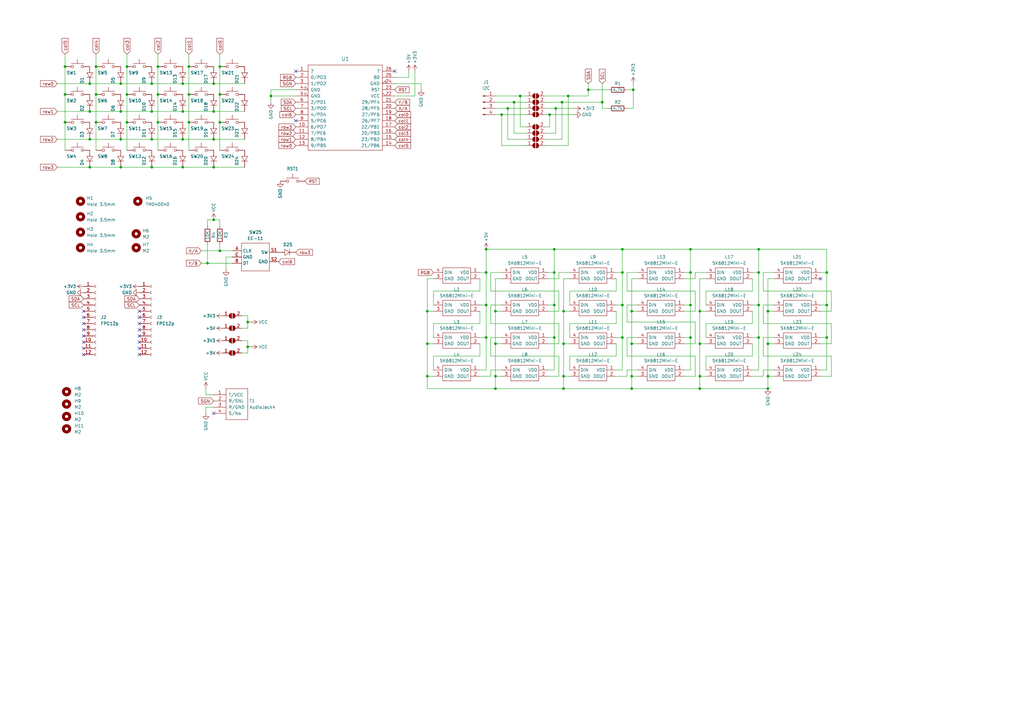
<source format=kicad_sch>
(kicad_sch (version 20230121) (generator eeschema)
  (paper "A3")
  (junction (at 339.09 125.095))
  (junction (at 52.07 50.165))
  (junction (at 64.77 27.305))
  (junction (at 231.14 154.305))
  (junction (at 311.15 125.095))
  (junction (at 314.96 159.385))
  (junction (at 62.23 57.15))
  (junction (at 203.2 154.305))
  (junction (at 26.67 50.165))
  (junction (at 52.07 38.735))
  (junction (at 87.63 68.58))
  (junction (at 87.63 90.17))
  (junction (at 205.74 46.99))
  (junction (at 36.83 68.58))
  (junction (at 259.08 159.385))
  (junction (at 90.17 50.165))
  (junction (at 74.93 68.58))
  (junction (at 111.125 39.37))
  (junction (at 259.08 127.635))
  (junction (at 49.53 57.15))
  (junction (at 101.6 142.24))
  (junction (at 203.2 140.97))
  (junction (at 259.715 36.83))
  (junction (at 231.14 159.385))
  (junction (at 255.27 111.76))
  (junction (at 247.015 41.91))
  (junction (at 77.47 27.305))
  (junction (at 255.27 102.235))
  (junction (at 227.965 44.45))
  (junction (at 213.36 39.37))
  (junction (at 199.39 102.235))
  (junction (at 227.33 111.76))
  (junction (at 74.93 57.15))
  (junction (at 227.33 102.235))
  (junction (at 231.14 140.97))
  (junction (at 77.47 50.165))
  (junction (at 210.82 41.91))
  (junction (at 199.39 138.43))
  (junction (at 87.63 45.72))
  (junction (at 231.14 127.635))
  (junction (at 74.93 34.29))
  (junction (at 39.37 27.305))
  (junction (at 283.21 111.76))
  (junction (at 287.02 140.97))
  (junction (at 52.07 27.305))
  (junction (at 314.96 127.635))
  (junction (at 26.67 38.735))
  (junction (at 39.37 50.165))
  (junction (at 62.23 45.72))
  (junction (at 199.39 111.76))
  (junction (at 64.77 38.735))
  (junction (at 39.37 38.735))
  (junction (at 314.96 154.305))
  (junction (at 287.02 127.635))
  (junction (at 287.02 159.385))
  (junction (at 311.15 111.76))
  (junction (at 74.93 45.72))
  (junction (at 259.08 154.305))
  (junction (at 175.26 154.305))
  (junction (at 259.08 140.97))
  (junction (at 233.045 39.37))
  (junction (at 255.27 138.43))
  (junction (at 199.39 125.095))
  (junction (at 203.2 127.635))
  (junction (at 283.21 102.235))
  (junction (at 208.28 44.45))
  (junction (at 227.33 138.43))
  (junction (at 283.21 138.43))
  (junction (at 311.15 138.43))
  (junction (at 339.09 138.43))
  (junction (at 36.83 34.29))
  (junction (at 175.26 127.635))
  (junction (at 90.17 27.305))
  (junction (at 230.505 41.91))
  (junction (at 255.27 125.095))
  (junction (at 314.96 140.97))
  (junction (at 26.67 27.305))
  (junction (at 311.15 102.235))
  (junction (at 90.17 102.87))
  (junction (at 227.33 125.095))
  (junction (at 225.425 46.99))
  (junction (at 87.63 57.15))
  (junction (at 283.21 125.095))
  (junction (at 339.09 111.76))
  (junction (at 62.23 68.58))
  (junction (at 287.02 154.305))
  (junction (at 36.83 45.72))
  (junction (at 62.23 34.29))
  (junction (at 203.2 159.385))
  (junction (at 49.53 34.29))
  (junction (at 87.63 34.29))
  (junction (at 36.83 57.15))
  (junction (at 241.3 36.83))
  (junction (at 175.26 140.97))
  (junction (at 49.53 45.72))
  (junction (at 64.77 50.165))
  (junction (at 49.53 68.58))
  (junction (at 101.6 132.08))
  (junction (at 90.17 38.735))
  (junction (at 85.09 107.95))
  (junction (at 77.47 38.735))
  (no_connect (at 121.285 29.21))
  (no_connect (at 34.29 142.875))
  (no_connect (at 87.63 169.545))
  (no_connect (at 121.285 49.53))
  (no_connect (at 57.15 137.795))
  (no_connect (at 57.15 132.715))
  (no_connect (at 57.15 127.635))
  (no_connect (at 34.29 145.415))
  (no_connect (at 336.55 114.3))
  (no_connect (at 57.15 135.255))
  (no_connect (at 34.29 140.335))
  (no_connect (at 57.15 130.175))
  (no_connect (at 57.15 140.335))
  (no_connect (at 34.29 132.715))
  (no_connect (at 34.29 130.175))
  (no_connect (at 34.29 127.635))
  (no_connect (at 57.15 142.875))
  (no_connect (at 57.15 145.415))
  (no_connect (at 161.925 29.21))
  (no_connect (at 34.29 135.255))
  (no_connect (at 34.29 137.795))
  (wire (pts (xy 196.85 151.765) (xy 199.39 151.765)))
  (wire (pts (xy 311.15 111.76) (xy 311.15 125.095)))
  (wire (pts (xy 224.79 140.97) (xy 229.235 140.97)))
  (wire (pts (xy 101.6 134.62) (xy 101.6 132.08)))
  (wire (pts (xy 87.63 161.925) (xy 84.455 161.925)))
  (wire (pts (xy 257.175 125.095) (xy 261.62 125.095)))
  (wire (pts (xy 26.67 50.165) (xy 26.67 61.595)))
  (wire (pts (xy 230.505 41.91) (xy 247.015 41.91)))
  (wire (pts (xy 201.295 154.305) (xy 201.295 151.765)))
  (wire (pts (xy 259.08 127.635) (xy 259.08 140.97)))
  (wire (pts (xy 249.555 44.45) (xy 247.015 44.45)))
  (wire (pts (xy 287.02 159.385) (xy 259.08 159.385)))
  (wire (pts (xy 213.36 52.07) (xy 213.36 39.37)))
  (wire (pts (xy 247.015 41.91) (xy 247.015 44.45)))
  (wire (pts (xy 231.14 159.385) (xy 259.08 159.385)))
  (wire (pts (xy 289.56 146.05) (xy 289.56 151.765)))
  (wire (pts (xy 49.53 45.72) (xy 62.23 45.72)))
  (wire (pts (xy 64.77 22.225) (xy 64.77 27.305)))
  (wire (pts (xy 339.09 102.235) (xy 311.15 102.235)))
  (wire (pts (xy 231.14 140.97) (xy 233.68 140.97)))
  (wire (pts (xy 84.455 167.005) (xy 87.63 167.005)))
  (wire (pts (xy 255.27 125.095) (xy 255.27 111.76)))
  (wire (pts (xy 36.83 57.15) (xy 49.53 57.15)))
  (wire (pts (xy 23.495 68.58) (xy 36.83 68.58)))
  (wire (pts (xy 285.115 132.08) (xy 257.175 132.08)))
  (wire (pts (xy 205.74 46.99) (xy 215.9 46.99)))
  (wire (pts (xy 285.115 140.97) (xy 285.115 132.08)))
  (wire (pts (xy 247.015 34.29) (xy 247.015 41.91)))
  (wire (pts (xy 77.47 27.305) (xy 77.47 38.735)))
  (wire (pts (xy 224.79 127.635) (xy 229.235 127.635)))
  (wire (pts (xy 223.52 52.07) (xy 225.425 52.07)))
  (wire (pts (xy 308.61 125.095) (xy 311.15 125.095)))
  (wire (pts (xy 49.53 68.58) (xy 62.23 68.58)))
  (wire (pts (xy 229.235 132.715) (xy 201.295 132.715)))
  (wire (pts (xy 52.07 38.735) (xy 52.07 50.165)))
  (wire (pts (xy 257.175 151.765) (xy 261.62 151.765)))
  (wire (pts (xy 177.8 114.3) (xy 175.26 114.3)))
  (wire (pts (xy 259.08 114.3) (xy 259.08 127.635)))
  (wire (pts (xy 101.6 132.08) (xy 102.87 132.08)))
  (wire (pts (xy 227.33 138.43) (xy 227.33 125.095)))
  (wire (pts (xy 223.52 59.69) (xy 233.045 59.69)))
  (wire (pts (xy 287.02 127.635) (xy 287.02 140.97)))
  (wire (pts (xy 39.37 38.735) (xy 39.37 50.165)))
  (wire (pts (xy 201.295 132.715) (xy 201.295 125.095)))
  (wire (pts (xy 287.02 154.305) (xy 287.02 159.385)))
  (wire (pts (xy 255.27 102.235) (xy 227.33 102.235)))
  (wire (pts (xy 336.55 125.095) (xy 339.09 125.095)))
  (wire (pts (xy 87.63 45.72) (xy 100.33 45.72)))
  (wire (pts (xy 196.85 154.305) (xy 201.295 154.305)))
  (wire (pts (xy 36.83 68.58) (xy 49.53 68.58)))
  (wire (pts (xy 64.77 27.305) (xy 64.77 38.735)))
  (wire (pts (xy 252.73 154.305) (xy 257.175 154.305)))
  (wire (pts (xy 285.115 154.305) (xy 285.115 146.05)))
  (wire (pts (xy 87.63 68.58) (xy 100.33 68.58)))
  (wire (pts (xy 203.2 154.305) (xy 205.74 154.305)))
  (wire (pts (xy 313.055 111.76) (xy 317.5 111.76)))
  (wire (pts (xy 252.73 119.38) (xy 233.68 119.38)))
  (wire (pts (xy 289.56 114.3) (xy 287.02 114.3)))
  (wire (pts (xy 289.56 119.38) (xy 289.56 125.095)))
  (wire (pts (xy 175.26 140.97) (xy 177.8 140.97)))
  (wire (pts (xy 99.06 139.7) (xy 101.6 139.7)))
  (wire (pts (xy 229.235 154.305) (xy 229.235 146.05)))
  (wire (pts (xy 208.28 44.45) (xy 215.9 44.45)))
  (wire (pts (xy 283.21 125.095) (xy 283.21 111.76)))
  (wire (pts (xy 101.6 144.78) (xy 101.6 142.24)))
  (wire (pts (xy 52.07 50.165) (xy 52.07 61.595)))
  (wire (pts (xy 87.63 57.15) (xy 100.33 57.15)))
  (wire (pts (xy 201.295 151.765) (xy 205.74 151.765)))
  (wire (pts (xy 280.67 125.095) (xy 283.21 125.095)))
  (wire (pts (xy 203.2 140.97) (xy 205.74 140.97)))
  (wire (pts (xy 90.17 90.17) (xy 90.17 92.71)))
  (wire (pts (xy 257.175 44.45) (xy 259.715 44.45)))
  (wire (pts (xy 229.235 114.3) (xy 229.235 111.76)))
  (wire (pts (xy 308.61 138.43) (xy 311.15 138.43)))
  (wire (pts (xy 196.85 140.97) (xy 196.85 146.05)))
  (wire (pts (xy 287.02 154.305) (xy 289.56 154.305)))
  (wire (pts (xy 280.67 138.43) (xy 283.21 138.43)))
  (wire (pts (xy 229.235 119.38) (xy 201.295 119.38)))
  (wire (pts (xy 336.55 111.76) (xy 339.09 111.76)))
  (wire (pts (xy 36.83 45.72) (xy 49.53 45.72)))
  (wire (pts (xy 255.27 151.765) (xy 255.27 138.43)))
  (wire (pts (xy 313.055 132.715) (xy 313.055 125.095)))
  (wire (pts (xy 252.73 138.43) (xy 255.27 138.43)))
  (wire (pts (xy 199.39 102.235) (xy 199.39 111.76)))
  (wire (pts (xy 227.965 54.61) (xy 227.965 44.45)))
  (wire (pts (xy 64.77 38.735) (xy 64.77 50.165)))
  (wire (pts (xy 229.235 146.05) (xy 201.295 146.05)))
  (wire (pts (xy 252.73 125.095) (xy 255.27 125.095)))
  (wire (pts (xy 74.93 45.72) (xy 87.63 45.72)))
  (wire (pts (xy 314.96 140.97) (xy 314.96 154.305)))
  (wire (pts (xy 311.15 111.76) (xy 311.15 102.235)))
  (wire (pts (xy 313.055 146.05) (xy 313.055 138.43)))
  (wire (pts (xy 121.285 36.83) (xy 111.125 36.83)))
  (wire (pts (xy 285.115 127.635) (xy 285.115 119.38)))
  (wire (pts (xy 62.23 57.15) (xy 74.93 57.15)))
  (wire (pts (xy 313.055 138.43) (xy 317.5 138.43)))
  (wire (pts (xy 231.14 114.3) (xy 231.14 127.635)))
  (wire (pts (xy 39.37 50.165) (xy 39.37 61.595)))
  (wire (pts (xy 82.55 107.95) (xy 85.09 107.95)))
  (wire (pts (xy 225.425 52.07) (xy 225.425 46.99)))
  (wire (pts (xy 308.61 132.715) (xy 289.56 132.715)))
  (wire (pts (xy 314.96 140.97) (xy 317.5 140.97)))
  (wire (pts (xy 26.67 22.225) (xy 26.67 27.305)))
  (wire (pts (xy 215.9 57.15) (xy 208.28 57.15)))
  (wire (pts (xy 336.55 127.635) (xy 340.995 127.635)))
  (wire (pts (xy 287.02 140.97) (xy 287.02 154.305)))
  (wire (pts (xy 311.15 102.235) (xy 283.21 102.235)))
  (wire (pts (xy 280.67 127.635) (xy 285.115 127.635)))
  (wire (pts (xy 39.37 22.225) (xy 39.37 27.305)))
  (wire (pts (xy 313.055 125.095) (xy 317.5 125.095)))
  (wire (pts (xy 215.9 54.61) (xy 210.82 54.61)))
  (wire (pts (xy 280.67 114.3) (xy 285.115 114.3)))
  (wire (pts (xy 283.21 111.76) (xy 283.21 102.235)))
  (wire (pts (xy 223.52 44.45) (xy 227.965 44.45)))
  (wire (pts (xy 308.61 119.38) (xy 289.56 119.38)))
  (wire (pts (xy 196.85 138.43) (xy 199.39 138.43)))
  (wire (pts (xy 177.8 132.715) (xy 177.8 138.43)))
  (wire (pts (xy 223.52 57.15) (xy 230.505 57.15)))
  (wire (pts (xy 283.21 138.43) (xy 283.21 125.095)))
  (wire (pts (xy 231.14 154.305) (xy 231.14 159.385)))
  (wire (pts (xy 201.295 119.38) (xy 201.295 111.76)))
  (wire (pts (xy 283.21 151.765) (xy 283.21 138.43)))
  (wire (pts (xy 99.06 134.62) (xy 101.6 134.62)))
  (wire (pts (xy 227.33 151.765) (xy 227.33 138.43)))
  (wire (pts (xy 223.52 39.37) (xy 233.045 39.37)))
  (wire (pts (xy 203.2 39.37) (xy 213.36 39.37)))
  (wire (pts (xy 175.26 140.97) (xy 175.26 154.305)))
  (wire (pts (xy 229.235 127.635) (xy 229.235 119.38)))
  (wire (pts (xy 233.045 59.69) (xy 233.045 39.37)))
  (wire (pts (xy 62.23 45.72) (xy 74.93 45.72)))
  (wire (pts (xy 49.53 57.15) (xy 62.23 57.15)))
  (wire (pts (xy 90.17 102.87) (xy 95.25 102.87)))
  (wire (pts (xy 230.505 57.15) (xy 230.505 41.91)))
  (wire (pts (xy 167.64 31.75) (xy 161.925 31.75)))
  (wire (pts (xy 257.175 111.76) (xy 261.62 111.76)))
  (wire (pts (xy 210.82 41.91) (xy 215.9 41.91)))
  (wire (pts (xy 84.455 161.925) (xy 84.455 159.385)))
  (wire (pts (xy 229.235 140.97) (xy 229.235 132.715)))
  (wire (pts (xy 203.2 46.99) (xy 205.74 46.99)))
  (wire (pts (xy 255.27 102.235) (xy 283.21 102.235)))
  (wire (pts (xy 196.85 127.635) (xy 196.85 132.715)))
  (wire (pts (xy 308.61 154.305) (xy 313.055 154.305)))
  (wire (pts (xy 90.17 100.33) (xy 90.17 102.87)))
  (wire (pts (xy 336.55 151.765) (xy 339.09 151.765)))
  (wire (pts (xy 259.715 36.83) (xy 257.175 36.83)))
  (wire (pts (xy 62.23 68.58) (xy 74.93 68.58)))
  (wire (pts (xy 208.28 57.15) (xy 208.28 44.45)))
  (wire (pts (xy 224.79 138.43) (xy 227.33 138.43)))
  (wire (pts (xy 101.6 129.54) (xy 101.6 132.08)))
  (wire (pts (xy 311.15 138.43) (xy 311.15 151.765)))
  (wire (pts (xy 241.3 39.37) (xy 241.3 36.83)))
  (wire (pts (xy 336.55 154.305) (xy 340.995 154.305)))
  (wire (pts (xy 210.82 54.61) (xy 210.82 41.91)))
  (wire (pts (xy 205.74 59.69) (xy 205.74 46.99)))
  (wire (pts (xy 252.73 127.635) (xy 252.73 132.715)))
  (wire (pts (xy 314.96 114.3) (xy 314.96 127.635)))
  (wire (pts (xy 336.55 140.97) (xy 340.995 140.97)))
  (wire (pts (xy 314.96 154.305) (xy 314.96 159.385)))
  (wire (pts (xy 90.17 27.305) (xy 90.17 38.735)))
  (wire (pts (xy 308.61 151.765) (xy 311.15 151.765)))
  (wire (pts (xy 231.14 140.97) (xy 231.14 154.305)))
  (wire (pts (xy 223.52 54.61) (xy 227.965 54.61)))
  (wire (pts (xy 280.67 111.76) (xy 283.21 111.76)))
  (wire (pts (xy 23.495 34.29) (xy 36.83 34.29)))
  (wire (pts (xy 229.235 111.76) (xy 233.68 111.76)))
  (wire (pts (xy 111.125 41.91) (xy 111.125 39.37)))
  (wire (pts (xy 314.96 127.635) (xy 314.96 140.97)))
  (wire (pts (xy 261.62 114.3) (xy 259.08 114.3)))
  (wire (pts (xy 314.96 127.635) (xy 317.5 127.635)))
  (wire (pts (xy 92.71 110.49) (xy 92.71 105.41)))
  (wire (pts (xy 85.09 92.71) (xy 85.09 90.17)))
  (wire (pts (xy 201.295 138.43) (xy 205.74 138.43)))
  (wire (pts (xy 175.26 159.385) (xy 203.2 159.385)))
  (wire (pts (xy 36.83 34.29) (xy 49.53 34.29)))
  (wire (pts (xy 62.23 34.29) (xy 74.93 34.29)))
  (wire (pts (xy 170.18 39.37) (xy 170.18 29.21)))
  (wire (pts (xy 203.2 41.91) (xy 210.82 41.91)))
  (wire (pts (xy 224.79 154.305) (xy 229.235 154.305)))
  (wire (pts (xy 336.55 138.43) (xy 339.09 138.43)))
  (wire (pts (xy 227.33 125.095) (xy 227.33 111.76)))
  (wire (pts (xy 249.555 36.83) (xy 241.3 36.83)))
  (wire (pts (xy 90.17 50.165) (xy 90.17 61.595)))
  (wire (pts (xy 26.67 38.735) (xy 26.67 50.165)))
  (wire (pts (xy 259.08 154.305) (xy 259.08 159.385)))
  (wire (pts (xy 203.2 140.97) (xy 203.2 154.305)))
  (wire (pts (xy 203.2 127.635) (xy 203.2 140.97)))
  (wire (pts (xy 311.15 125.095) (xy 311.15 138.43)))
  (wire (pts (xy 233.68 127.635) (xy 231.14 127.635)))
  (wire (pts (xy 259.08 140.97) (xy 259.08 154.305)))
  (wire (pts (xy 233.68 146.05) (xy 233.68 151.765)))
  (wire (pts (xy 252.73 140.97) (xy 252.73 146.05)))
  (wire (pts (xy 213.36 39.37) (xy 215.9 39.37)))
  (wire (pts (xy 252.73 151.765) (xy 255.27 151.765)))
  (wire (pts (xy 317.5 114.3) (xy 314.96 114.3)))
  (wire (pts (xy 259.08 154.305) (xy 261.62 154.305)))
  (wire (pts (xy 233.68 132.715) (xy 233.68 138.43)))
  (wire (pts (xy 280.67 154.305) (xy 285.115 154.305)))
  (wire (pts (xy 252.73 132.715) (xy 233.68 132.715)))
  (wire (pts (xy 340.995 140.97) (xy 340.995 132.715)))
  (wire (pts (xy 101.6 142.24) (xy 102.87 142.24)))
  (wire (pts (xy 177.8 119.38) (xy 177.8 125.095)))
  (wire (pts (xy 285.115 146.05) (xy 257.175 146.05)))
  (wire (pts (xy 308.61 114.3) (xy 308.61 119.38)))
  (wire (pts (xy 285.115 111.76) (xy 289.56 111.76)))
  (wire (pts (xy 87.63 90.17) (xy 90.17 90.17)))
  (wire (pts (xy 224.79 125.095) (xy 227.33 125.095)))
  (wire (pts (xy 339.09 151.765) (xy 339.09 138.43)))
  (wire (pts (xy 52.07 22.225) (xy 52.07 27.305)))
  (wire (pts (xy 252.73 146.05) (xy 233.68 146.05)))
  (wire (pts (xy 172.72 36.83) (xy 172.72 34.29)))
  (wire (pts (xy 231.14 127.635) (xy 231.14 140.97)))
  (wire (pts (xy 49.53 34.29) (xy 62.23 34.29)))
  (wire (pts (xy 85.09 107.95) (xy 95.25 107.95)))
  (wire (pts (xy 257.175 132.08) (xy 257.175 125.095)))
  (wire (pts (xy 317.5 154.305) (xy 314.96 154.305)))
  (wire (pts (xy 203.2 159.385) (xy 231.14 159.385)))
  (wire (pts (xy 233.68 114.3) (xy 231.14 114.3)))
  (wire (pts (xy 233.68 119.38) (xy 233.68 125.095)))
  (wire (pts (xy 23.495 57.15) (xy 36.83 57.15)))
  (wire (pts (xy 259.08 127.635) (xy 261.62 127.635)))
  (wire (pts (xy 196.85 146.05) (xy 177.8 146.05)))
  (wire (pts (xy 77.47 50.165) (xy 77.47 61.595)))
  (wire (pts (xy 259.08 140.97) (xy 261.62 140.97)))
  (wire (pts (xy 52.07 27.305) (xy 52.07 38.735)))
  (wire (pts (xy 308.61 127.635) (xy 308.61 132.715)))
  (wire (pts (xy 313.055 154.305) (xy 313.055 151.765)))
  (wire (pts (xy 340.995 132.715) (xy 313.055 132.715)))
  (wire (pts (xy 201.295 111.76) (xy 205.74 111.76)))
  (wire (pts (xy 111.125 36.83) (xy 111.125 39.37)))
  (wire (pts (xy 339.09 138.43) (xy 339.09 125.095)))
  (wire (pts (xy 313.055 151.765) (xy 317.5 151.765)))
  (wire (pts (xy 339.09 111.76) (xy 339.09 102.235)))
  (wire (pts (xy 196.85 119.38) (xy 177.8 119.38)))
  (wire (pts (xy 196.85 132.715) (xy 177.8 132.715)))
  (wire (pts (xy 257.175 119.38) (xy 257.175 111.76)))
  (wire (pts (xy 111.125 39.37) (xy 121.285 39.37)))
  (wire (pts (xy 203.2 44.45) (xy 208.28 44.45)))
  (wire (pts (xy 177.8 146.05) (xy 177.8 151.765)))
  (wire (pts (xy 196.85 125.095) (xy 199.39 125.095)))
  (wire (pts (xy 227.965 44.45) (xy 235.585 44.45)))
  (wire (pts (xy 203.2 127.635) (xy 205.74 127.635)))
  (wire (pts (xy 224.79 111.76) (xy 227.33 111.76)))
  (wire (pts (xy 225.425 46.99) (xy 235.585 46.99)))
  (wire (pts (xy 196.85 114.3) (xy 196.85 119.38)))
  (wire (pts (xy 308.61 146.05) (xy 289.56 146.05)))
  (wire (pts (xy 280.67 140.97) (xy 285.115 140.97)))
  (wire (pts (xy 287.02 140.97) (xy 289.56 140.97)))
  (wire (pts (xy 161.925 39.37) (xy 170.18 39.37)))
  (wire (pts (xy 257.175 154.305) (xy 257.175 151.765)))
  (wire (pts (xy 175.26 114.3) (xy 175.26 127.635)))
  (wire (pts (xy 175.26 127.635) (xy 177.8 127.635)))
  (wire (pts (xy 92.71 105.41) (xy 95.25 105.41)))
  (wire (pts (xy 308.61 140.97) (xy 308.61 146.05)))
  (wire (pts (xy 257.175 138.43) (xy 261.62 138.43)))
  (wire (pts (xy 199.39 151.765) (xy 199.39 138.43)))
  (wire (pts (xy 199.39 138.43) (xy 199.39 125.095)))
  (wire (pts (xy 90.17 38.735) (xy 90.17 50.165)))
  (wire (pts (xy 224.79 114.3) (xy 229.235 114.3)))
  (wire (pts (xy 87.63 34.29) (xy 100.33 34.29)))
  (wire (pts (xy 259.715 34.29) (xy 259.715 36.83)))
  (wire (pts (xy 203.2 154.305) (xy 203.2 159.385)))
  (wire (pts (xy 205.74 114.3) (xy 203.2 114.3)))
  (wire (pts (xy 167.64 29.21) (xy 167.64 31.75)))
  (wire (pts (xy 39.37 27.305) (xy 39.37 38.735)))
  (wire (pts (xy 340.995 154.305) (xy 340.995 146.05)))
  (wire (pts (xy 285.115 119.38) (xy 257.175 119.38)))
  (wire (pts (xy 99.06 144.78) (xy 101.6 144.78)))
  (wire (pts (xy 82.55 102.87) (xy 90.17 102.87)))
  (wire (pts (xy 257.175 146.05) (xy 257.175 138.43)))
  (wire (pts (xy 252.73 111.76) (xy 255.27 111.76)))
  (wire (pts (xy 77.47 22.225) (xy 77.47 27.305)))
  (wire (pts (xy 74.93 68.58) (xy 87.63 68.58)))
  (wire (pts (xy 223.52 46.99) (xy 225.425 46.99)))
  (wire (pts (xy 340.995 146.05) (xy 313.055 146.05)))
  (wire (pts (xy 90.17 22.225) (xy 90.17 27.305)))
  (wire (pts (xy 77.47 38.735) (xy 77.47 50.165)))
  (wire (pts (xy 289.56 132.715) (xy 289.56 138.43)))
  (wire (pts (xy 215.9 52.07) (xy 213.36 52.07)))
  (wire (pts (xy 340.995 119.38) (xy 313.055 119.38)))
  (wire (pts (xy 339.09 125.095) (xy 339.09 111.76)))
  (wire (pts (xy 280.67 151.765) (xy 283.21 151.765)))
  (wire (pts (xy 340.995 127.635) (xy 340.995 119.38)))
  (wire (pts (xy 285.115 114.3) (xy 285.115 111.76)))
  (wire (pts (xy 259.715 44.45) (xy 259.715 36.83)))
  (wire (pts (xy 233.045 39.37) (xy 241.3 39.37)))
  (wire (pts (xy 196.85 111.76) (xy 199.39 111.76)))
  (wire (pts (xy 85.09 100.33) (xy 85.09 107.95)))
  (wire (pts (xy 64.77 50.165) (xy 64.77 61.595)))
  (wire (pts (xy 287.02 127.635) (xy 289.56 127.635)))
  (wire (pts (xy 287.02 114.3) (xy 287.02 127.635)))
  (wire (pts (xy 231.14 154.305) (xy 233.68 154.305)))
  (wire (pts (xy 175.26 154.305) (xy 175.26 159.385)))
  (wire (pts (xy 201.295 125.095) (xy 205.74 125.095)))
  (wire (pts (xy 313.055 119.38) (xy 313.055 111.76)))
  (wire (pts (xy 201.295 146.05) (xy 201.295 138.43)))
  (wire (pts (xy 223.52 41.91) (xy 230.505 41.91)))
  (wire (pts (xy 252.73 114.3) (xy 252.73 119.38)))
  (wire (pts (xy 74.93 34.29) (xy 87.63 34.29)))
  (wire (pts (xy 308.61 111.76) (xy 311.15 111.76)))
  (wire (pts (xy 255.27 111.76) (xy 255.27 102.235)))
  (wire (pts (xy 84.455 169.545) (xy 84.455 167.005)))
  (wire (pts (xy 255.27 138.43) (xy 255.27 125.095)))
  (wire (pts (xy 227.33 102.235) (xy 199.39 102.235)))
  (wire (pts (xy 314.96 159.385) (xy 287.02 159.385)))
  (wire (pts (xy 175.26 154.305) (xy 177.8 154.305)))
  (wire (pts (xy 101.6 139.7) (xy 101.6 142.24)))
  (wire (pts (xy 74.93 57.15) (xy 87.63 57.15)))
  (wire (pts (xy 199.39 125.095) (xy 199.39 111.76)))
  (wire (pts (xy 175.26 127.635) (xy 175.26 140.97)))
  (wire (pts (xy 215.9 59.69) (xy 205.74 59.69)))
  (wire (pts (xy 26.67 27.305) (xy 26.67 38.735)))
  (wire (pts (xy 99.06 129.54) (xy 101.6 129.54)))
  (wire (pts (xy 241.3 36.83) (xy 241.3 34.29)))
  (wire (pts (xy 23.495 45.72) (xy 36.83 45.72)))
  (wire (pts (xy 203.2 114.3) (xy 203.2 127.635)))
  (wire (pts (xy 227.33 111.76) (xy 227.33 102.235)))
  (wire (pts (xy 224.79 151.765) (xy 227.33 151.765)))
  (wire (pts (xy 172.72 34.29) (xy 161.925 34.29)))
  (wire (pts (xy 85.09 90.17) (xy 87.63 90.17)))
  (global_label "row1" (shape input) (at 23.495 45.72 180) (property "Intersheetrefs" "${INTERSHEET_REFS}" (effects hide)))
  (global_label "col1" (shape input) (at 77.47 22.225 90) (property "Intersheetrefs" "${INTERSHEET_REFS}" (effects hide)))
  (global_label "col2" (shape input) (at 161.925 52.07 0) (property "Intersheetrefs" "${INTERSHEET_REFS}" (effects hide)))
  (global_label "SDA" (shape input) (at 121.285 41.91 180) (property "Intersheetrefs" "${INTERSHEET_REFS}" (effects hide)))
  (global_label "SCL" (shape input) (at 34.29 125.095 180) (property "Intersheetrefs" "${INTERSHEET_REFS}" (effects hide)))
  (global_label "col6" (shape input) (at 121.285 46.99 180) (property "Intersheetrefs" "${INTERSHEET_REFS}" (effects hide)))
  (global_label "SCL" (shape input) (at 121.285 44.45 180) (property "Intersheetrefs" "${INTERSHEET_REFS}" (effects hide)))
  (global_label "Y{slash}B" (shape input) (at 82.55 107.95 180) (property "Intersheetrefs" "${INTERSHEET_REFS}" (effects hide)))
  (global_label "SDA" (shape input) (at 34.29 122.555 180) (property "Intersheetrefs" "${INTERSHEET_REFS}" (effects hide)))
  (global_label "col0" (shape input) (at 161.925 46.99 0) (property "Intersheetrefs" "${INTERSHEET_REFS}" (effects hide)))
  (global_label "col2" (shape input) (at 64.77 22.225 90) (property "Intersheetrefs" "${INTERSHEET_REFS}" (effects hide)))
  (global_label "SDA" (shape input) (at 57.15 122.555 180) (property "Intersheetrefs" "${INTERSHEET_REFS}" (effects hide)))
  (global_label "col5" (shape input) (at 26.67 22.225 90) (property "Intersheetrefs" "${INTERSHEET_REFS}" (effects hide)))
  (global_label "SDA" (shape input) (at 241.3 34.29 90) (property "Intersheetrefs" "${INTERSHEET_REFS}" (effects hide)))
  (global_label "col6" (shape input) (at 114.3 107.315 0) (property "Intersheetrefs" "${INTERSHEET_REFS}" (effects hide)))
  (global_label "col0" (shape input) (at 90.17 22.225 90) (property "Intersheetrefs" "${INTERSHEET_REFS}" (effects hide)))
  (global_label "row2" (shape input) (at 121.285 54.61 180) (property "Intersheetrefs" "${INTERSHEET_REFS}" (effects hide)))
  (global_label "RGB" (shape input) (at 177.8 111.76 180) (property "Intersheetrefs" "${INTERSHEET_REFS}" (effects hide)))
  (global_label "SCL" (shape input) (at 57.15 125.095 180) (property "Intersheetrefs" "${INTERSHEET_REFS}" (effects hide)))
  (global_label "X{slash}A" (shape input) (at 82.55 102.87 180) (property "Intersheetrefs" "${INTERSHEET_REFS}" (effects hide)))
  (global_label "col4" (shape input) (at 39.37 22.225 90) (property "Intersheetrefs" "${INTERSHEET_REFS}" (effects hide)))
  (global_label "col1" (shape input) (at 161.925 49.53 0) (property "Intersheetrefs" "${INTERSHEET_REFS}" (effects hide)))
  (global_label "row2" (shape input) (at 23.495 57.15 180) (property "Intersheetrefs" "${INTERSHEET_REFS}" (effects hide)))
  (global_label "RGB" (shape input) (at 121.285 31.75 180) (property "Intersheetrefs" "${INTERSHEET_REFS}" (effects hide)))
  (global_label "row0" (shape input) (at 23.495 34.29 180) (property "Intersheetrefs" "${INTERSHEET_REFS}" (effects hide)))
  (global_label "col5" (shape input) (at 161.925 59.69 0) (property "Intersheetrefs" "${INTERSHEET_REFS}" (effects hide)))
  (global_label "col3" (shape input) (at 52.07 22.225 90) (property "Intersheetrefs" "${INTERSHEET_REFS}" (effects hide)))
  (global_label "SGN" (shape input) (at 87.63 164.465 180) (property "Intersheetrefs" "${INTERSHEET_REFS}" (effects hide)))
  (global_label "row3" (shape input) (at 121.285 103.505 0) (property "Intersheetrefs" "${INTERSHEET_REFS}" (effects hide)))
  (global_label "col3" (shape input) (at 161.925 54.61 0) (property "Intersheetrefs" "${INTERSHEET_REFS}" (effects hide)))
  (global_label "RST" (shape input) (at 161.925 36.83 0) (property "Intersheetrefs" "${INTERSHEET_REFS}" (effects hide)))
  (global_label "row1" (shape input) (at 121.285 57.15 180) (property "Intersheetrefs" "${INTERSHEET_REFS}" (effects hide)))
  (global_label "X{slash}A" (shape input) (at 161.925 44.45 0) (property "Intersheetrefs" "${INTERSHEET_REFS}" (effects hide)))
  (global_label "col4" (shape input) (at 161.925 57.15 0) (property "Intersheetrefs" "${INTERSHEET_REFS}" (effects hide)))
  (global_label "SGN" (shape input) (at 121.285 34.29 180) (property "Intersheetrefs" "${INTERSHEET_REFS}" (effects hide)))
  (global_label "SCL" (shape input) (at 247.015 34.29 90) (property "Intersheetrefs" "${INTERSHEET_REFS}" (effects hide)))
  (global_label "row3" (shape input) (at 23.495 68.58 180) (property "Intersheetrefs" "${INTERSHEET_REFS}" (effects hide)))
  (global_label "RST" (shape input) (at 125.095 74.295 0) (property "Intersheetrefs" "${INTERSHEET_REFS}" (effects hide)))
  (global_label "row3" (shape input) (at 121.285 52.07 180) (property "Intersheetrefs" "${INTERSHEET_REFS}" (effects hide)))
  (global_label "row0" (shape input) (at 121.285 59.69 180) (property "Intersheetrefs" "${INTERSHEET_REFS}" (effects hide)))
  (global_label "Y{slash}B" (shape input) (at 161.925 41.91 0) (property "Intersheetrefs" "${INTERSHEET_REFS}" (effects hide)))
  (symbol (lib_id "Jumper:SolderJumper_2_Open") (at 219.71 59.69 0) (unit 1)
    (property "Reference" "JP12" (effects hide))
    (property "Value" "PWR1" (effects hide))
    (property "Footprint" "Jumper:SolderJumper-2_P1.3mm_Open_RoundedPad1.0x1.5mm" (effects hide))
  )
  (symbol (lib_id "Switch:SW_Push") (at 44.45 50.165 0) (unit 1)
    (property "Reference" "SW7" (at 40.005 52.705 0) (effects (justify left)))
    (property "Value" "SW_Push" (effects hide))
    (property "Footprint" "DreaM117er-keebLibrary:SW_Choc_KLP12_Hotswap_1.00u_dual" (effects hide))
  )
  (symbol (lib_id "power:+3V3") (at 34.29 117.475 90) (unit 1)
    (property "Reference" "#PWR017" (effects hide))
    (property "Value" "+3V3" (at 28.575 117.475 90))
  )
  (symbol (lib_id "power:+5V") (at 167.64 29.21 0) (unit 1)
    (property "Reference" "#PWR06" (effects hide))
    (property "Value" "+5V" (at 167.64 24.13 90))
  )
  (symbol (lib_id "DreaM117er_Library:LED_SK6212Mini-E") (at 243.205 126.365 0) (unit 1)
    (property "Reference" "L10" (at 243.205 118.745 0))
    (property "Value" "SK6812Mini-E" (at 243.205 121.285 0))
    (property "Footprint" "DreaM117er-keebLibrary:LED_SK6812MINI-E_dual" (effects hide))
  )
  (symbol (lib_id "Switch:SW_Push") (at 82.55 50.165 0) (unit 1)
    (property "Reference" "SW19" (at 78.105 52.705 0) (effects (justify left)))
    (property "Value" "SW_Push" (effects hide))
    (property "Footprint" "DreaM117er-keebLibrary:SW_Choc_KLP12_Hotswap_1.00u_dual" (effects hide))
  )
  (symbol (lib_id "DreaM117er_Library:DS_1N4148_SMD") (at 74.93 41.91 90) (unit 1)
    (property "Reference" "D14" (at 71.755 45.72 0) (effects (justify left)))
    (property "Value" "1N4148_SMD" (effects hide))
    (property "Footprint" "DreaM117er-keebLibrary:D_SOD-123_dual" (effects hide))
  )
  (symbol (lib_id "power:+3V3") (at 259.715 34.29 0) (unit 1)
    (property "Reference" "#PWR09" (effects hide))
    (property "Value" "+3V3" (at 259.715 28.575 90))
  )
  (symbol (lib_id "Switch:SW_Push") (at 69.85 38.735 0) (unit 1)
    (property "Reference" "SW14" (at 65.405 41.275 0) (effects (justify left)))
    (property "Value" "SW_Push" (effects hide))
    (property "Footprint" "DreaM117er-keebLibrary:SW_Choc_KLP12_Hotswap_1.00u_dual" (effects hide))
  )
  (symbol (lib_id "DreaM117er_Library:DS_1N4148_SMD") (at 62.23 53.34 90) (unit 1)
    (property "Reference" "D11" (at 59.055 56.515 0) (effects (justify left)))
    (property "Value" "1N4148_SMD" (effects hide))
    (property "Footprint" "DreaM117er-keebLibrary:D_SOD-123_dual" (effects hide))
  )
  (symbol (lib_id "Connector:Conn_01x12_Socket") (at 62.23 130.175 0) (unit 1)
    (property "Reference" "J3" (at 64.135 130.175 0) (effects (justify left)))
    (property "Value" "FPC12p" (at 64.135 132.715 0) (effects (justify left)))
    (property "Footprint" "DreaM117er-keebLibrary:Hirose_FH12-12S-0.5SH_1x12-1MP_P0.50mm_Horizontal" (effects hide))
  )
  (symbol (lib_id "DreaM117er_Library:DS_1N4148_SMD") (at 87.63 53.34 90) (unit 1)
    (property "Reference" "D19" (at 84.455 56.515 0) (effects (justify left)))
    (property "Value" "1N4148_SMD" (effects hide))
    (property "Footprint" "DreaM117er-keebLibrary:D_SOD-123_dual" (effects hide))
  )
  (symbol (lib_id "Mechanical:MountingHole") (at 33.02 95.25 0) (unit 1)
    (property "Reference" "H3" (at 35.56 93.98 0) (effects (justify left)))
    (property "Value" "Hole 3.5mm" (at 35.56 96.52 0) (effects (justify left)))
    (property "Footprint" "MountingHole:MountingHole_3.5mm" (effects hide))
  )
  (symbol (lib_id "Switch:SW_Push") (at 69.85 27.305 0) (unit 1)
    (property "Reference" "SW13" (at 65.405 29.845 0) (effects (justify left)))
    (property "Value" "SW_Push" (effects hide))
    (property "Footprint" "DreaM117er-keebLibrary:SW_Choc_KLP12_Hotswap_1.00u_dual" (effects hide))
  )
  (symbol (lib_id "Switch:SW_Push") (at 31.75 50.165 0) (unit 1)
    (property "Reference" "SW3" (at 27.305 52.705 0) (effects (justify left)))
    (property "Value" "SW_Push" (effects hide))
    (property "Footprint" "DreaM117er-keebLibrary:SW_Choc_KLP12_Hotswap_1.00u_dual" (effects hide))
  )
  (symbol (lib_id "Mechanical:MountingHole") (at 55.88 101.6 0) (unit 1)
    (property "Reference" "H7" (at 58.42 100.33 0) (effects (justify left)))
    (property "Value" "M2" (at 58.42 102.87 0) (effects (justify left)))
    (property "Footprint" "MountingHole:MountingHole_2.2mm_M2" (effects hide))
  )
  (symbol (lib_id "Jumper:SolderJumper_2_Open") (at 219.71 46.99 0) (unit 1)
    (property "Reference" "JP8" (effects hide))
    (property "Value" "PWR1" (effects hide))
    (property "Footprint" "Jumper:SolderJumper-2_P1.3mm_Open_RoundedPad1.0x1.5mm" (effects hide))
  )
  (symbol (lib_id "Switch:SW_Push") (at 95.25 50.165 0) (unit 1)
    (property "Reference" "SW23" (at 90.805 52.705 0) (effects (justify left)))
    (property "Value" "SW_Push" (effects hide))
    (property "Footprint" "DreaM117er-keebLibrary:SW_Choc_KLP12_Hotswap_1.00u_dual" (effects hide))
  )
  (symbol (lib_id "DreaM117er_Library:LED_SK6212Mini-E") (at 243.205 139.7 0) (unit 1)
    (property "Reference" "L11" (at 243.205 132.08 0))
    (property "Value" "SK6812Mini-E" (at 243.205 134.62 0))
    (property "Footprint" "DreaM117er-keebLibrary:LED_SK6812MINI-E_dual" (effects hide))
  )
  (symbol (lib_id "power:VCC") (at 102.87 132.08 270) (mirror x) (unit 1)
    (property "Reference" "#PWR011" (effects hide))
    (property "Value" "VCC" (at 107.95 132.08 90))
  )
  (symbol (lib_id "DreaM117er_Library:LED_SK6212Mini-E") (at 215.265 126.365 0) (unit 1)
    (property "Reference" "L6" (at 215.265 118.745 0))
    (property "Value" "SK6812Mini-E" (at 215.265 121.285 0))
    (property "Footprint" "DreaM117er-keebLibrary:LED_SK6812MINI-E_dual" (effects hide))
  )
  (symbol (lib_id "DreaM117er_Library:DS_1N4148_SMD") (at 87.63 30.48 90) (unit 1)
    (property "Reference" "D17" (at 84.455 34.29 0) (effects (justify left)))
    (property "Value" "1N4148_SMD" (effects hide))
    (property "Footprint" "DreaM117er-keebLibrary:D_SOD-123_dual" (effects hide))
  )
  (symbol (lib_id "DreaM117er_Library:DS_1N4148_SMD") (at 62.23 64.77 90) (unit 1)
    (property "Reference" "D12" (at 59.055 67.945 0) (effects (justify left)))
    (property "Value" "1N4148_SMD" (effects hide))
    (property "Footprint" "DreaM117er-keebLibrary:D_SOD-123_dual" (effects hide))
  )
  (symbol (lib_id "Switch:SW_Push") (at 82.55 38.735 0) (unit 1)
    (property "Reference" "SW18" (at 78.105 41.275 0) (effects (justify left)))
    (property "Value" "SW_Push" (effects hide))
    (property "Footprint" "DreaM117er-keebLibrary:SW_Choc_KLP12_Hotswap_1.00u_dual" (effects hide))
  )
  (symbol (lib_id "Connector:Conn_01x04_Pin") (at 198.12 41.91 0) (unit 1)
    (property "Reference" "J1" (at 199.39 33.655 0))
    (property "Value" "I2C" (at 199.39 36.195 0))
    (property "Footprint" "DreaM117er-keebLibrary:PinHeader_1x04_P2.54mm_Vertical" (effects hide))
  )
  (symbol (lib_id "Switch:SW_Push") (at 57.15 50.165 0) (unit 1)
    (property "Reference" "SW11" (at 52.705 52.705 0) (effects (justify left)))
    (property "Value" "SW_Push" (effects hide))
    (property "Footprint" "DreaM117er-keebLibrary:SW_Choc_KLP12_Hotswap_1.00u_dual" (effects hide))
  )
  (symbol (lib_id "Device:R") (at 90.17 96.52 0) (unit 1)
    (property "Reference" "R3" (at 92.71 97.79 90) (effects (justify left)))
    (property "Value" "10K" (at 90.17 98.425 90) (effects (justify left)))
    (property "Footprint" "Resistor_THT:R_Axial_DIN0204_L3.6mm_D1.6mm_P7.62mm_Horizontal" (effects hide))
  )
  (symbol (lib_id "Jumper:SolderJumper_2_Open") (at 95.25 139.7 0) (unit 1)
    (property "Reference" "JP3" (effects hide))
    (property "Value" "PWR1" (effects hide))
    (property "Footprint" "Jumper:SolderJumper-2_P1.3mm_Open_Pad1.0x1.5mm" (effects hide))
  )
  (symbol (lib_id "Switch:SW_Push") (at 57.15 38.735 0) (unit 1)
    (property "Reference" "SW10" (at 52.705 41.275 0) (effects (justify left)))
    (property "Value" "SW_Push" (effects hide))
    (property "Footprint" "DreaM117er-keebLibrary:SW_Choc_KLP12_Hotswap_1.00u_dual" (effects hide))
  )
  (symbol (lib_id "Jumper:SolderJumper_2_Open") (at 219.71 41.91 0) (unit 1)
    (property "Reference" "JP6" (effects hide))
    (property "Value" "PWR1" (effects hide))
    (property "Footprint" "Jumper:SolderJumper-2_P1.3mm_Open_RoundedPad1.0x1.5mm" (effects hide))
  )
  (symbol (lib_id "Switch:SW_Push") (at 69.85 50.165 0) (unit 1)
    (property "Reference" "SW15" (at 65.405 52.705 0) (effects (justify left)))
    (property "Value" "SW_Push" (effects hide))
    (property "Footprint" "DreaM117er-keebLibrary:SW_Choc_KLP12_Hotswap_1.00u_dual" (effects hide))
  )
  (symbol (lib_id "power:GND") (at 34.29 120.015 270) (unit 1)
    (property "Reference" "#PWR018" (effects hide))
    (property "Value" "GND" (at 29.21 120.015 90))
  )
  (symbol (lib_id "DreaM117er_Library:LED_SK6212Mini-E") (at 187.325 113.03 0) (unit 1)
    (property "Reference" "L1" (effects hide))
    (property "Value" "SK6812Mini-E" (effects hide))
    (property "Footprint" "DreaM117er-keebLibrary:LED_SK6812MINI-E_dual" (effects hide))
  )
  (symbol (lib_id "DreaM117er_Library:DS_1N4148_SMD") (at 100.33 64.77 90) (unit 1)
    (property "Reference" "D24" (at 97.155 67.945 0) (effects (justify left)))
    (property "Value" "1N4148_SMD" (effects hide))
    (property "Footprint" "DreaM117er-keebLibrary:D_SOD-123_dual" (effects hide))
  )
  (symbol (lib_id "DreaM117er_Library:RotaryEncoder_EC-11") (at 104.775 105.41 0) (unit 1)
    (property "Reference" "SW25" (at 104.775 95.25 0))
    (property "Value" "EC-11" (at 104.775 97.79 0))
    (property "Footprint" "DreaM117er-keebLibrary:RotaryEncoder_EC11" (effects hide))
  )
  (symbol (lib_id "Switch:SW_Push") (at 95.25 38.735 0) (unit 1)
    (property "Reference" "SW22" (at 90.805 41.275 0) (effects (justify left)))
    (property "Value" "SW_Push" (effects hide))
    (property "Footprint" "DreaM117er-keebLibrary:SW_Choc_KLP12_Hotswap_1.00u_dual" (effects hide))
  )
  (symbol (lib_id "power:+5V") (at 199.39 102.235 0) (unit 1)
    (property "Reference" "#PWR016" (effects hide))
    (property "Value" "+5V" (at 199.39 97.155 90))
  )
  (symbol (lib_id "DreaM117er_Library:DS_1N4148_SMD") (at 49.53 41.91 90) (unit 1)
    (property "Reference" "D6" (at 46.355 45.72 0) (effects (justify left)))
    (property "Value" "1N4148_SMD" (effects hide))
    (property "Footprint" "DreaM117er-keebLibrary:D_SOD-123_dual" (effects hide))
  )
  (symbol (lib_id "power:GND") (at 314.96 159.385 0) (unit 1)
    (property "Reference" "#PWR023" (effects hide))
    (property "Value" "GND" (at 314.96 164.465 90))
  )
  (symbol (lib_id "Switch:SW_Push") (at 82.55 61.595 0) (unit 1)
    (property "Reference" "SW20" (at 78.105 64.135 0) (effects (justify left)))
    (property "Value" "SW_Push" (effects hide))
    (property "Footprint" "DreaM117er-keebLibrary:SW_Choc_KLP12_Hotswap_1.00u_dual" (effects hide))
  )
  (symbol (lib_id "Switch:SW_Push") (at 44.45 27.305 0) (unit 1)
    (property "Reference" "SW5" (at 40.005 29.845 0) (effects (justify left)))
    (property "Value" "SW_Push" (effects hide))
    (property "Footprint" "DreaM117er-keebLibrary:SW_Choc_KLP12_Hotswap_1.00u_dual" (effects hide))
  )
  (symbol (lib_id "Mechanical:MountingHole") (at 27.305 175.895 0) (unit 1)
    (property "Reference" "H11" (at 30.48 174.625 0) (effects (justify left)))
    (property "Value" "M2" (at 30.48 177.165 0) (effects (justify left)))
    (property "Footprint" "MountingHole:MountingHole_2.2mm_M2" (effects hide))
  )
  (symbol (lib_id "power:GND") (at 172.72 36.83 0) (unit 1)
    (property "Reference" "#PWR03" (effects hide))
    (property "Value" "GND" (at 172.72 41.91 90))
  )
  (symbol (lib_id "DreaM117er_Library:LED_SK6212Mini-E") (at 327.025 139.7 0) (unit 1)
    (property "Reference" "L23" (at 327.025 132.08 0))
    (property "Value" "SK6812Mini-E" (at 327.025 134.62 0))
    (property "Footprint" "DreaM117er-keebLibrary:LED_SK6812MINI-E_dual" (effects hide))
  )
  (symbol (lib_id "Device:R") (at 85.09 96.52 0) (unit 1)
    (property "Reference" "R4" (at 87.63 97.79 90) (effects (justify left)))
    (property "Value" "10K" (at 85.09 98.425 90) (effects (justify left)))
    (property "Footprint" "Resistor_THT:R_Axial_DIN0204_L3.6mm_D1.6mm_P7.62mm_Horizontal" (effects hide))
  )
  (symbol (lib_id "DreaM117er_Library:DS_1N4148_SMD") (at 49.53 53.34 90) (unit 1)
    (property "Reference" "D7" (at 46.355 56.515 0) (effects (justify left)))
    (property "Value" "1N4148_SMD" (effects hide))
    (property "Footprint" "DreaM117er-keebLibrary:D_SOD-123_dual" (effects hide))
  )
  (symbol (lib_id "Connector:Conn_01x12_Socket") (at 39.37 130.175 0) (unit 1)
    (property "Reference" "J2" (at 41.275 130.175 0) (effects (justify left)))
    (property "Value" "FPC12p" (at 41.275 132.715 0) (effects (justify left)))
    (property "Footprint" "DreaM117er-keebLibrary:Hirose_FH12-12S-0.5SH_1x12-1MP_P0.50mm_Horizontal" (effects hide))
  )
  (symbol (lib_id "Switch:SW_Push") (at 44.45 61.595 0) (unit 1)
    (property "Reference" "SW8" (at 40.005 64.135 0) (effects (justify left)))
    (property "Value" "SW_Push" (effects hide))
    (property "Footprint" "DreaM117er-keebLibrary:SW_Choc_KLP12_Hotswap_1.00u_dual" (effects hide))
  )
  (symbol (lib_id "DreaM117er_Library:LED_SK6212Mini-E") (at 187.325 153.035 0) (unit 1)
    (property "Reference" "L4" (at 187.325 145.415 0))
    (property "Value" "SK6812Mini-E" (at 187.325 147.955 0))
    (property "Footprint" "DreaM117er-keebLibrary:LED_SK6812MINI-E_dual" (effects hide))
  )
  (symbol (lib_id "Switch:SW_Push") (at 57.15 27.305 0) (unit 1)
    (property "Reference" "SW9" (at 52.705 29.845 0) (effects (justify left)))
    (property "Value" "SW_Push" (effects hide))
    (property "Footprint" "DreaM117er-keebLibrary:SW_Choc_KLP12_Hotswap_1.00u_dual" (effects hide))
  )
  (symbol (lib_id "power:VCC") (at 84.455 159.385 0) (mirror y) (unit 1)
    (property "Reference" "#PWR015" (effects hide))
    (property "Value" "VCC" (at 84.455 154.305 90))
  )
  (symbol (lib_id "power:+3V3") (at 235.585 44.45 270) (unit 1)
    (property "Reference" "#PWR022" (effects hide))
    (property "Value" "+3V3" (at 241.3 44.45 90))
  )
  (symbol (lib_id "DreaM117er_Library:DS_1N4148_SMD") (at 74.93 30.48 90) (unit 1)
    (property "Reference" "D13" (at 71.755 34.29 0) (effects (justify left)))
    (property "Value" "1N4148_SMD" (effects hide))
    (property "Footprint" "DreaM117er-keebLibrary:D_SOD-123_dual" (effects hide))
  )
  (symbol (lib_id "DreaM117er_Library:LED_SK6212Mini-E") (at 299.085 126.365 0) (unit 1)
    (property "Reference" "L18" (at 299.085 118.745 0))
    (property "Value" "SK6812Mini-E" (at 299.085 121.285 0))
    (property "Footprint" "DreaM117er-keebLibrary:LED_SK6812MINI-E_dual" (effects hide))
  )
  (symbol (lib_id "power:GND") (at 92.71 110.49 0) (unit 1)
    (property "Reference" "#PWR01" (effects hide))
    (property "Value" "GND" (at 92.71 115.57 90))
  )
  (symbol (lib_id "DreaM117er_Library:LED_SK6212Mini-E") (at 299.085 139.7 0) (unit 1)
    (property "Reference" "L19" (at 299.085 132.08 0))
    (property "Value" "SK6812Mini-E" (at 299.085 134.62 0))
    (property "Footprint" "DreaM117er-keebLibrary:LED_SK6812MINI-E_dual" (effects hide))
  )
  (symbol (lib_id "Mechanical:MountingHole") (at 33.02 101.6 0) (unit 1)
    (property "Reference" "H4" (at 35.56 100.33 0) (effects (justify left)))
    (property "Value" "Hole 3.5mm" (at 35.56 102.87 0) (effects (justify left)))
    (property "Footprint" "MountingHole:MountingHole_3.5mm" (effects hide))
  )
  (symbol (lib_id "DreaM117er_Library:DS_1N4148_SMD") (at 100.33 41.91 90) (unit 1)
    (property "Reference" "D22" (at 97.155 45.72 0) (effects (justify left)))
    (property "Value" "1N4148_SMD" (effects hide))
    (property "Footprint" "DreaM117er-keebLibrary:D_SOD-123_dual" (effects hide))
  )
  (symbol (lib_id "Jumper:SolderJumper_2_Open") (at 219.71 52.07 0) (unit 1)
    (property "Reference" "JP9" (effects hide))
    (property "Value" "PWR1" (effects hide))
    (property "Footprint" "Jumper:SolderJumper-2_P1.3mm_Open_RoundedPad1.0x1.5mm" (effects hide))
  )
  (symbol (lib_id "Jumper:SolderJumper_2_Open") (at 219.71 39.37 0) (unit 1)
    (property "Reference" "JP5" (effects hide))
    (property "Value" "PWR1" (effects hide))
    (property "Footprint" "Jumper:SolderJumper-2_P1.3mm_Open_RoundedPad1.0x1.5mm" (effects hide))
  )
  (symbol (lib_id "DreaM117er_Library:DS_1N4148_SMD") (at 100.33 30.48 90) (unit 1)
    (property "Reference" "D21" (at 97.155 34.29 0) (effects (justify left)))
    (property "Value" "1N4148_SMD" (effects hide))
    (property "Footprint" "DreaM117er-keebLibrary:D_SOD-123_dual" (effects hide))
  )
  (symbol (lib_id "DreaM117er_Library:MCU_ProMicro_13p") (at 141.605 45.72 0) (unit 1)
    (property "Reference" "U1" (at 141.605 24.13 0) (effects (font (size 1.524 1.524))))
    (property "Value" "MCU_ProMicro_13p" (effects hide))
    (property "Footprint" "DreaM117er-keebLibrary:MCU_ProMicro_13p_dual" (effects hide))
  )
  (symbol (lib_id "DreaM117er_Library:DS_1N4148_SMD") (at 36.83 30.48 90) (unit 1)
    (property "Reference" "D1" (at 33.655 34.29 0) (effects (justify left)))
    (property "Value" "1N4148_SMD" (effects hide))
    (property "Footprint" "DreaM117er-keebLibrary:D_SOD-123_dual" (effects hide))
  )
  (symbol (lib_id "DreaM117er_Library:DS_1N4148_SMD") (at 74.93 64.77 90) (unit 1)
    (property "Reference" "D16" (at 71.755 67.945 0) (effects (justify left)))
    (property "Value" "1N4148_SMD" (effects hide))
    (property "Footprint" "DreaM117er-keebLibrary:D_SOD-123_dual" (effects hide))
  )
  (symbol (lib_id "Jumper:SolderJumper_2_Open") (at 219.71 54.61 0) (unit 1)
    (property "Reference" "JP10" (effects hide))
    (property "Value" "PWR1" (effects hide))
    (property "Footprint" "Jumper:SolderJumper-2_P1.3mm_Open_RoundedPad1.0x1.5mm" (effects hide))
  )
  (symbol (lib_id "Jumper:SolderJumper_2_Open") (at 95.25 129.54 0) (unit 1)
    (property "Reference" "JP1" (effects hide))
    (property "Value" "PWR1" (effects hide))
    (property "Footprint" "Jumper:SolderJumper-2_P1.3mm_Open_Pad1.0x1.5mm" (effects hide))
  )
  (symbol (lib_id "power:GND") (at 84.455 169.545 0) (unit 1)
    (property "Reference" "#PWR04" (effects hide))
    (property "Value" "GND" (at 84.455 174.625 90))
  )
  (symbol (lib_id "DreaM117er_Library:LED_SK6212Mini-E") (at 215.265 113.03 0) (unit 1)
    (property "Reference" "L5" (at 215.265 105.41 0))
    (property "Value" "SK6812Mini-E" (at 215.265 107.95 0))
    (property "Footprint" "DreaM117er-keebLibrary:LED_SK6812MINI-E_dual" (effects hide))
  )
  (symbol (lib_id "Switch:SW_Push") (at 31.75 61.595 0) (unit 1)
    (property "Reference" "SW4" (at 27.305 64.135 0) (effects (justify left)))
    (property "Value" "SW_Push" (effects hide))
    (property "Footprint" "DreaM117er-keebLibrary:SW_Choc_KLP12_Hotswap_1.00u_dual" (effects hide))
  )
  (symbol (lib_id "DreaM117er_Library:LED_SK6212Mini-E") (at 243.205 153.035 0) (unit 1)
    (property "Reference" "L12" (at 243.205 145.415 0))
    (property "Value" "SK6812Mini-E" (at 243.205 147.955 0))
    (property "Footprint" "DreaM117er-keebLibrary:LED_SK6812MINI-E_dual" (effects hide))
  )
  (symbol (lib_id "DreaM117er_Library:LED_SK6212Mini-E") (at 271.145 126.365 0) (unit 1)
    (property "Reference" "L14" (at 271.145 118.745 0))
    (property "Value" "SK6812Mini-E" (at 271.145 121.285 0))
    (property "Footprint" "DreaM117er-keebLibrary:LED_SK6812MINI-E_dual" (effects hide))
  )
  (symbol (lib_id "DreaM117er_Library:LED_SK6212Mini-E") (at 271.145 113.03 0) (unit 1)
    (property "Reference" "L13" (at 271.145 105.41 0))
    (property "Value" "SK6812Mini-E" (at 271.145 107.95 0))
    (property "Footprint" "DreaM117er-keebLibrary:LED_SK6812MINI-E_dual" (effects hide))
  )
  (symbol (lib_id "DreaM117er_Library:DS_1N4148_SMD") (at 74.93 53.34 90) (unit 1)
    (property "Reference" "D15" (at 71.755 56.515 0) (effects (justify left)))
    (property "Value" "1N4148_SMD" (effects hide))
    (property "Footprint" "DreaM117er-keebLibrary:D_SOD-123_dual" (effects hide))
  )
  (symbol (lib_id "Switch:SW_Push") (at 69.85 61.595 0) (unit 1)
    (property "Reference" "SW16" (at 65.405 64.135 0) (effects (justify left)))
    (property "Value" "SW_Push" (effects hide))
    (property "Footprint" "DreaM117er-keebLibrary:SW_Choc_KLP12_Hotswap_1.00u_dual" (effects hide))
  )
  (symbol (lib_id "DreaM117er_Library:DS_1N4148_SMD") (at 36.83 41.91 90) (unit 1)
    (property "Reference" "D2" (at 33.655 45.72 0) (effects (justify left)))
    (property "Value" "1N4148_SMD" (effects hide))
    (property "Footprint" "DreaM117er-keebLibrary:D_SOD-123_dual" (effects hide))
  )
  (symbol (lib_id "power:+3V3") (at 91.44 139.7 90) (unit 1)
    (property "Reference" "#PWR012" (effects hide))
    (property "Value" "+3V3" (at 85.725 139.7 90))
  )
  (symbol (lib_id "Switch:SW_Push") (at 82.55 27.305 0) (unit 1)
    (property "Reference" "SW17" (at 78.105 29.845 0) (effects (justify left)))
    (property "Value" "SW_Push" (effects hide))
    (property "Footprint" "DreaM117er-keebLibrary:SW_Choc_KLP12_Hotswap_1.00u_dual" (effects hide))
  )
  (symbol (lib_id "Mechanical:MountingHole") (at 55.88 95.885 0) (unit 1)
    (property "Reference" "H6" (at 58.42 94.615 0) (effects (justify left)))
    (property "Value" "M2" (at 58.42 97.155 0) (effects (justify left)))
    (property "Footprint" "MountingHole:MountingHole_2.2mm_M2" (effects hide))
  )
  (symbol (lib_id "Mechanical:MountingHole") (at 33.02 82.55 0) (unit 1)
    (property "Reference" "H1" (at 35.56 81.28 0) (effects (justify left)))
    (property "Value" "Hole 3.5mm" (at 35.56 83.82 0) (effects (justify left)))
    (property "Footprint" "MountingHole:MountingHole_3.5mm" (effects hide))
  )
  (symbol (lib_id "DreaM117er_Library:LED_SK6212Mini-E") (at 215.265 153.035 0) (unit 1)
    (property "Reference" "L8" (at 215.265 145.415 0))
    (property "Value" "SK6812Mini-E" (at 215.265 147.955 0))
    (property "Footprint" "DreaM117er-keebLibrary:LED_SK6812MINI-E_dual" (effects hide))
  )
  (symbol (lib_id "DreaM117er_Library:DS_1N4148_SMD") (at 49.53 30.48 90) (unit 1)
    (property "Reference" "D5" (at 46.355 34.29 0) (effects (justify left)))
    (property "Value" "1N4148_SMD" (effects hide))
    (property "Footprint" "DreaM117er-keebLibrary:D_SOD-123_dual" (effects hide))
  )
  (symbol (lib_id "DreaM117er_Library:LED_SK6212Mini-E") (at 327.025 113.03 0) (unit 1)
    (property "Reference" "L21" (at 327.025 105.41 0))
    (property "Value" "SK6812Mini-E" (at 327.025 107.95 0))
    (property "Footprint" "DreaM117er-keebLibrary:LED_SK6812MINI-E_dual" (effects hide))
  )
  (symbol (lib_id "Jumper:SolderJumper_2_Open") (at 95.25 144.78 0) (unit 1)
    (property "Reference" "JP4" (effects hide))
    (property "Value" "PWR1" (effects hide))
    (property "Footprint" "Jumper:SolderJumper-2_P1.3mm_Open_Pad1.0x1.5mm" (effects hide))
  )
  (symbol (lib_id "Mechanical:MountingHole") (at 56.515 82.55 0) (unit 1)
    (property "Reference" "H5" (at 59.69 81.28 0) (effects (justify left)))
    (property "Value" "TM040040" (at 59.69 83.82 0) (effects (justify left)))
    (property "Footprint" "DreaM117er-keebLibrary:Trackpad_Cirque_TM040040" (effects hide))
  )
  (symbol (lib_id "power:GND") (at 114.935 74.295 0) (unit 1)
    (property "Reference" "#PWR05" (effects hide))
    (property "Value" "GND" (at 114.935 79.375 90))
  )
  (symbol (lib_id "power:+5V") (at 91.44 134.62 90) (unit 1)
    (property "Reference" "#PWR08" (effects hide))
    (property "Value" "+5V" (at 86.36 134.62 90))
  )
  (symbol (lib_id "Mechanical:MountingHole") (at 27.305 165.735 0) (unit 1)
    (property "Reference" "H9" (at 30.48 164.465 0) (effects (justify left)))
    (property "Value" "M2" (at 30.48 167.005 0) (effects (justify left)))
    (property "Footprint" "MountingHole:MountingHole_2.2mm_M2" (effects hide))
  )
  (symbol (lib_id "DreaM117er_Library:LED_SK6212Mini-E") (at 187.325 139.7 0) (unit 1)
    (property "Reference" "L3" (at 187.325 132.08 0))
    (property "Value" "SK6812Mini-E" (at 187.325 134.62 0))
    (property "Footprint" "DreaM117er-keebLibrary:LED_SK6812MINI-E_dual" (effects hide))
  )
  (symbol (lib_id "Switch:SW_Push") (at 95.25 27.305 0) (unit 1)
    (property "Reference" "SW21" (at 90.805 29.845 0) (effects (justify left)))
    (property "Value" "SW_Push" (effects hide))
    (property "Footprint" "DreaM117er-keebLibrary:SW_Choc_KLP12_Hotswap_1.00u_dual" (effects hide))
  )
  (symbol (lib_id "DreaM117er_Library:DS_1N4148_SMD") (at 117.475 103.505 180) (unit 1)
    (property "Reference" "D25" (at 120.015 100.33 0) (effects (justify left)))
    (property "Value" "1N4148_SMD" (effects hide))
    (property "Footprint" "DreaM117er-keebLibrary:D_SOD-123_dual" (effects hide))
  )
  (symbol (lib_id "Switch:SW_Push") (at 31.75 38.735 0) (unit 1)
    (property "Reference" "SW2" (at 27.305 41.275 0) (effects (justify left)))
    (property "Value" "SW_Push" (effects hide))
    (property "Footprint" "DreaM117er-keebLibrary:SW_Choc_KLP12_Hotswap_1.00u_dual" (effects hide))
  )
  (symbol (lib_id "DreaM117er_Library:DS_1N4148_SMD") (at 36.83 64.77 90) (unit 1)
    (property "Reference" "D4" (at 33.655 67.945 0) (effects (justify left)))
    (property "Value" "1N4148_SMD" (effects hide))
    (property "Footprint" "DreaM117er-keebLibrary:D_SOD-123_dual" (effects hide))
  )
  (symbol (lib_id "DreaM117er_Library:LED_SK6212Mini-E") (at 271.145 139.7 0) (unit 1)
    (property "Reference" "L15" (at 271.145 132.08 0))
    (property "Value" "SK6812Mini-E" (at 271.145 134.62 0))
    (property "Footprint" "DreaM117er-keebLibrary:LED_SK6812MINI-E_dual" (effects hide))
  )
  (symbol (lib_id "Device:R") (at 253.365 44.45 270) (unit 1)
    (property "Reference" "R2" (at 253.365 41.91 90))
    (property "Value" "4.7k" (at 253.365 44.45 90))
    (property "Footprint" "Resistor_THT:R_Axial_DIN0204_L3.6mm_D1.6mm_P7.62mm_Horizontal" (effects hide))
  )
  (symbol (lib_id "Mechanical:MountingHole") (at 33.02 88.9 0) (unit 1)
    (property "Reference" "H2" (at 35.56 87.63 0) (effects (justify left)))
    (property "Value" "Hole 3.5mm" (at 35.56 90.17 0) (effects (justify left)))
    (property "Footprint" "MountingHole:MountingHole_3.5mm" (effects hide))
  )
  (symbol (lib_id "power:+3V3") (at 170.18 29.21 0) (unit 1)
    (property "Reference" "#PWR07" (effects hide))
    (property "Value" "+3V3" (at 170.18 23.495 90))
  )
  (symbol (lib_id "DreaM117er_Library:DS_1N4148_SMD") (at 100.33 53.34 90) (unit 1)
    (property "Reference" "D23" (at 97.155 56.515 0) (effects (justify left)))
    (property "Value" "1N4148_SMD" (effects hide))
    (property "Footprint" "DreaM117er-keebLibrary:D_SOD-123_dual" (effects hide))
  )
  (symbol (lib_id "DreaM117er_Library:LED_SK6212Mini-E") (at 187.325 126.365 0) (unit 1)
    (property "Reference" "L2" (at 187.325 118.745 0))
    (property "Value" "SK6812Mini-E" (at 187.325 121.285 0))
    (property "Footprint" "DreaM117er-keebLibrary:LED_SK6812MINI-E_dual" (effects hide))
  )
  (symbol (lib_id "DreaM117er_Library:DS_1N4148_SMD") (at 87.63 64.77 90) (unit 1)
    (property "Reference" "D20" (at 84.455 67.945 0) (effects (justify left)))
    (property "Value" "1N4148_SMD" (effects hide))
    (property "Footprint" "DreaM117er-keebLibrary:D_SOD-123_dual" (effects hide))
  )
  (symbol (lib_id "Device:R") (at 253.365 36.83 270) (unit 1)
    (property "Reference" "R1" (at 253.365 34.29 90))
    (property "Value" "4.7k" (at 253.365 36.83 90))
    (property "Footprint" "Resistor_THT:R_Axial_DIN0204_L3.6mm_D1.6mm_P7.62mm_Horizontal" (effects hide))
  )
  (symbol (lib_id "Switch:SW_Push") (at 31.75 27.305 0) (unit 1)
    (property "Reference" "SW1" (at 27.305 29.845 0) (effects (justify left)))
    (property "Value" "SW_Push" (effects hide))
    (property "Footprint" "DreaM117er-keebLibrary:SW_Choc_KLP12_Hotswap_1.00u_dual" (effects hide))
  )
  (symbol (lib_id "Switch:SW_Push") (at 95.25 61.595 0) (unit 1)
    (property "Reference" "SW24" (at 90.805 64.135 0) (effects (justify left)))
    (property "Value" "SW_Push" (effects hide))
    (property "Footprint" "DreaM117er-keebLibrary:SW_Choc_KLP12_Hotswap_1.00u_dual" (effects hide))
  )
  (symbol (lib_id "DreaM117er_Library:DS_1N4148_SMD") (at 49.53 64.77 90) (unit 1)
    (property "Reference" "D8" (at 46.355 67.945 0) (effects (justify left)))
    (property "Value" "1N4148_SMD" (effects hide))
    (property "Footprint" "DreaM117er-keebLibrary:D_SOD-123_dual" (effects hide))
  )
  (symbol (lib_id "DreaM117er_Library:DS_1N4148_SMD") (at 62.23 30.48 90) (unit 1)
    (property "Reference" "D9" (at 59.055 34.29 0) (effects (justify left)))
    (property "Value" "1N4148_SMD" (effects hide))
    (property "Footprint" "DreaM117er-keebLibrary:D_SOD-123_dual" (effects hide))
  )
  (symbol (lib_id "power:+5V") (at 91.44 144.78 90) (unit 1)
    (property "Reference" "#PWR013" (effects hide))
    (property "Value" "+5V" (at 86.36 144.78 90))
  )
  (symbol (lib_id "Jumper:SolderJumper_2_Open") (at 95.25 134.62 0) (unit 1)
    (property "Reference" "JP2" (effects hide))
    (property "Value" "PWR1" (effects hide))
    (property "Footprint" "Jumper:SolderJumper-2_P1.3mm_Open_Pad1.0x1.5mm" (effects hide))
  )
  (symbol (lib_id "DreaM117er_Library:DS_1N4148_SMD") (at 62.23 41.91 90) (unit 1)
    (property "Reference" "D10" (at 59.055 45.72 0) (effects (justify left)))
    (property "Value" "1N4148_SMD" (effects hide))
    (property "Footprint" "DreaM117er-keebLibrary:D_SOD-123_dual" (effects hide))
  )
  (symbol (lib_id "Switch:SW_Push") (at 44.45 38.735 0) (unit 1)
    (property "Reference" "SW6" (at 40.005 41.275 0) (effects (justify left)))
    (property "Value" "SW_Push" (effects hide))
    (property "Footprint" "DreaM117er-keebLibrary:SW_Choc_KLP12_Hotswap_1.00u_dual" (effects hide))
  )
  (symbol (lib_id "power:+3V3") (at 91.44 129.54 90) (unit 1)
    (property "Reference" "#PWR010" (effects hide))
    (property "Value" "+3V3" (at 85.725 129.54 90))
  )
  (symbol (lib_id "Mechanical:MountingHole") (at 27.305 160.655 0) (unit 1)
    (property "Reference" "H8" (at 30.48 159.385 0) (effects (justify left)))
    (property "Value" "M2" (at 30.48 161.925 0) (effects (justify left)))
    (property "Footprint" "MountingHole:MountingHole_2.2mm_M2" (effects hide))
  )
  (symbol (lib_id "Jumper:SolderJumper_2_Open") (at 219.71 44.45 0) (unit 1)
    (property "Reference" "JP7" (effects hide))
    (property "Value" "PWR1" (effects hide))
    (property "Footprint" "Jumper:SolderJumper-2_P1.3mm_Open_RoundedPad1.0x1.5mm" (effects hide))
  )
  (symbol (lib_id "DreaM117er_Library:DS_1N4148_SMD") (at 87.63 41.91 90) (unit 1)
    (property "Reference" "D18" (at 84.455 45.72 0) (effects (justify left)))
    (property "Value" "1N4148_SMD" (effects hide))
    (property "Footprint" "DreaM117er-keebLibrary:D_SOD-123_dual" (effects hide))
  )
  (symbol (lib_id "Mechanical:MountingHole") (at 27.305 170.815 0) (unit 1)
    (property "Reference" "H10" (at 30.48 169.545 0) (effects (justify left)))
    (property "Value" "M2" (at 30.48 172.085 0) (effects (justify left)))
    (property "Footprint" "MountingHole:MountingHole_2.2mm_M2" (effects hide))
  )
  (symbol (lib_id "DreaM117er_Library:LED_SK6212Mini-E") (at 243.205 113.03 0) (unit 1)
    (property "Reference" "L9" (at 243.205 105.41 0))
    (property "Value" "SK6812Mini-E" (at 243.205 107.95 0))
    (property "Footprint" "DreaM117er-keebLibrary:LED_SK6812MINI-E_dual" (effects hide))
  )
  (symbol (lib_id "power:GND") (at 235.585 46.99 90) (unit 1)
    (property "Reference" "#PWR021" (effects hide))
    (property "Value" "GND" (at 240.665 46.99 90))
  )
  (symbol (lib_id "power:+3V3") (at 57.15 117.475 90) (unit 1)
    (property "Reference" "#PWR019" (effects hide))
    (property "Value" "+3V3" (at 51.435 117.475 90))
  )
  (symbol (lib_id "DreaM117er_Library:LED_SK6212Mini-E") (at 327.025 153.035 0) (unit 1)
    (property "Reference" "L24" (at 327.025 145.415 0))
    (property "Value" "SK6812Mini-E" (at 327.025 147.955 0))
    (property "Footprint" "DreaM117er-keebLibrary:LED_SK6812MINI-E_dual" (effects hide))
  )
  (symbol (lib_id "power:GND") (at 111.125 41.91 0) (unit 1)
    (property "Reference" "#PWR02" (effects hide))
    (property "Value" "GND" (at 111.125 46.99 90))
  )
  (symbol (lib_id "Jumper:SolderJumper_2_Open") (at 219.71 57.15 0) (unit 1)
    (property "Reference" "JP11" (effects hide))
    (property "Value" "PWR1" (effects hide))
    (property "Footprint" "Jumper:SolderJumper-2_P1.3mm_Open_RoundedPad1.0x1.5mm" (effects hide))
  )
  (symbol (lib_id "Switch:SW_Push") (at 120.015 74.295 0) (unit 1)
    (property "Reference" "RST1" (at 120.015 69.215 0))
    (property "Value" "SW_Push" (effects hide))
    (property "Footprint" "DreaM117er-keebLibrary:ResetSW_1side" (effects hide))
  )
  (symbol (lib_id "DreaM117er_Library:LED_SK6212Mini-E") (at 299.085 113.03 0) (unit 1)
    (property "Reference" "L17" (at 299.085 105.41 0))
    (property "Value" "SK6812Mini-E" (at 299.085 107.95 0))
    (property "Footprint" "DreaM117er-keebLibrary:LED_SK6812MINI-E_dual" (effects hide))
  )
  (symbol (lib_id "Switch:SW_Push") (at 57.15 61.595 0) (unit 1)
    (property "Reference" "SW12" (at 52.705 64.135 0) (effects (justify left)))
    (property "Value" "SW_Push" (effects hide))
    (property "Footprint" "DreaM117er-keebLibrary:SW_Choc_KLP12_Hotswap_1.00u_dual" (effects hide))
  )
  (symbol (lib_id "DreaM117er_Library:LED_SK6212Mini-E") (at 215.265 139.7 0) (unit 1)
    (property "Reference" "L7" (at 215.265 132.08 0))
    (property "Value" "SK6812Mini-E" (at 215.265 134.62 0))
    (property "Footprint" "DreaM117er-keebLibrary:LED_SK6812MINI-E_dual" (effects hide))
  )
  (symbol (lib_id "DreaM117er_Library:LED_SK6212Mini-E") (at 299.085 153.035 0) (unit 1)
    (property "Reference" "L20" (at 299.085 145.415 0))
    (property "Value" "SK6812Mini-E" (at 299.085 147.955 0))
    (property "Footprint" "DreaM117er-keebLibrary:LED_SK6812MINI-E_dual" (effects hide))
  )
  (symbol (lib_id "DreaM117er_Library:TRRS") (at 96.52 172.085 0) (unit 1)
    (property "Reference" "T1" (at 102.235 164.465 0) (effects (justify left)))
    (property "Value" "AudioJack4" (at 102.235 167.005 0) (effects (justify left)))
    (property "Footprint" "DreaM117er-keebLibrary:TRRS-PJ-320A, dual side x2" (effects hide))
  )
  (symbol (lib_id "DreaM117er_Library:LED_SK6212Mini-E") (at 271.145 153.035 0) (unit 1)
    (property "Reference" "L16" (at 271.145 145.415 0))
    (property "Value" "SK6812Mini-E" (at 271.145 147.955 0))
    (property "Footprint" "DreaM117er-keebLibrary:LED_SK6812MINI-E_dual" (effects hide))
  )
  (symbol (lib_id "power:GND") (at 57.15 120.015 270) (unit 1)
    (property "Reference" "#PWR020" (effects hide))
    (property "Value" "GND" (at 52.07 120.015 90))
  )
  (symbol (lib_id "power:VCC") (at 87.63 90.17 0) (mirror y) (unit 1)
    (property "Reference" "#PWR026" (effects hide))
    (property "Value" "VCC" (at 87.63 85.09 90))
  )
  (symbol (lib_id "DreaM117er_Library:DS_1N4148_SMD") (at 36.83 53.34 90) (unit 1)
    (property "Reference" "D3" (at 33.655 56.515 0) (effects (justify left)))
    (property "Value" "1N4148_SMD" (effects hide))
    (property "Footprint" "DreaM117er-keebLibrary:D_SOD-123_dual" (effects hide))
  )
  (symbol (lib_id "DreaM117er_Library:LED_SK6212Mini-E") (at 327.025 126.365 0) (unit 1)
    (property "Reference" "L22" (at 327.025 118.745 0))
    (property "Value" "SK6812Mini-E" (at 327.025 121.285 0))
    (property "Footprint" "DreaM117er-keebLibrary:LED_SK6812MINI-E_dual" (effects hide))
  )
  (symbol (lib_id "power:VCC") (at 102.87 142.24 270) (mirror x) (unit 1)
    (property "Reference" "#PWR014" (effects hide))
    (property "Value" "VCC" (at 107.95 142.24 90))
  )
)
</source>
